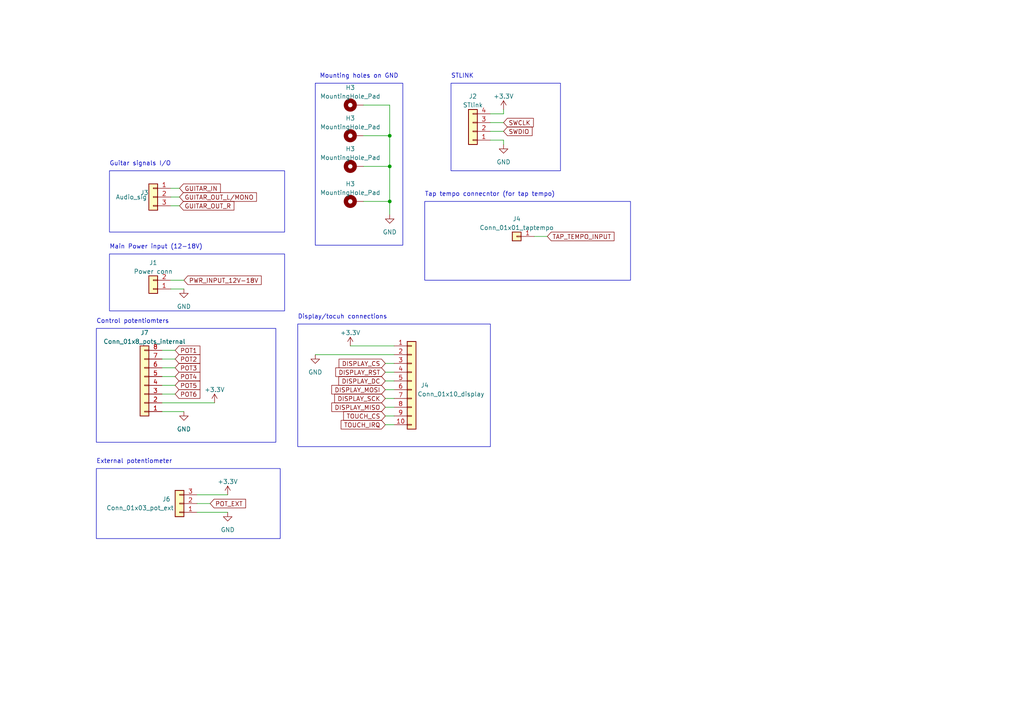
<source format=kicad_sch>
(kicad_sch (version 20230121) (generator eeschema)
  (paper "A4")
  (lib_symbols
    (symbol "Connector_Generic:Conn_01x01" (pin_names (offset 1.016) hide)
      (property "Reference" "J" (at 0 2.54 0))
      (property "Value" "Conn_01x01" (at 0 -2.54 0))
      (symbol "Conn_01x01_1_1"
        (rectangle (start -1.27 0.127) (end 0 -0.127) (stroke (width 0.1524)))
        (rectangle (start -1.27 1.27) (end 1.27 -1.27) (stroke (width 0.254)) (fill (type background)))
        (pin passive line (at -5.08 0 0) (length 3.81) (name "Pin_1") (number "1"))
      )
    )
    (symbol "Connector_Generic:Conn_01x02" (pin_names (offset 1.016) hide)
      (property "Reference" "J" (at 0 2.54 0))
      (property "Value" "Conn_01x02" (at 0 -5.08 0))
      (symbol "Conn_01x02_1_1"
        (rectangle (start -1.27 -2.413) (end 0 -2.667) (stroke (width 0.1524)))
        (rectangle (start -1.27 0.127) (end 0 -0.127) (stroke (width 0.1524)))
        (rectangle (start -1.27 1.27) (end 1.27 -3.81) (stroke (width 0.254)) (fill (type background)))
        (pin passive line (at -5.08 0 0) (length 3.81) (name "Pin_1") (number "1"))
        (pin passive line (at -5.08 -2.54 0) (length 3.81) (name "Pin_2") (number "2"))
      )
    )
    (symbol "Connector_Generic:Conn_01x03" (pin_names (offset 1.016) hide)
      (property "Reference" "J" (at 0 5.08 0))
      (property "Value" "Conn_01x03" (at 0 -5.08 0))
      (symbol "Conn_01x03_1_1"
        (rectangle (start -1.27 -2.413) (end 0 -2.667) (stroke (width 0.1524)))
        (rectangle (start -1.27 0.127) (end 0 -0.127) (stroke (width 0.1524)))
        (rectangle (start -1.27 2.667) (end 0 2.413) (stroke (width 0.1524)))
        (rectangle (start -1.27 3.81) (end 1.27 -3.81) (stroke (width 0.254)) (fill (type background)))
        (pin passive line (at -5.08 2.54 0) (length 3.81) (name "Pin_1") (number "1"))
        (pin passive line (at -5.08 0 0) (length 3.81) (name "Pin_2") (number "2"))
        (pin passive line (at -5.08 -2.54 0) (length 3.81) (name "Pin_3") (number "3"))
      )
    )
    (symbol "Connector_Generic:Conn_01x04" (pin_names (offset 1.016) hide)
      (property "Reference" "J" (at 0 5.08 0))
      (property "Value" "Conn_01x04" (at 0 -7.62 0))
      (symbol "Conn_01x04_1_1"
        (rectangle (start -1.27 -4.953) (end 0 -5.207) (stroke (width 0.1524)))
        (rectangle (start -1.27 -2.413) (end 0 -2.667) (stroke (width 0.1524)))
        (rectangle (start -1.27 0.127) (end 0 -0.127) (stroke (width 0.1524)))
        (rectangle (start -1.27 2.667) (end 0 2.413) (stroke (width 0.1524)))
        (rectangle (start -1.27 3.81) (end 1.27 -6.35) (stroke (width 0.254)) (fill (type background)))
        (pin passive line (at -5.08 2.54 0) (length 3.81) (name "Pin_1") (number "1"))
        (pin passive line (at -5.08 0 0) (length 3.81) (name "Pin_2") (number "2"))
        (pin passive line (at -5.08 -2.54 0) (length 3.81) (name "Pin_3") (number "3"))
        (pin passive line (at -5.08 -5.08 0) (length 3.81) (name "Pin_4") (number "4"))
      )
    )
    (symbol "Connector_Generic:Conn_01x08" (pin_names (offset 1.016) hide)
      (property "Reference" "J" (at 0 10.16 0))
      (property "Value" "Conn_01x08" (at 0 -12.7 0))
      (symbol "Conn_01x08_1_1"
        (rectangle (start -1.27 -10.033) (end 0 -10.287) (stroke (width 0.1524)))
        (rectangle (start -1.27 -7.493) (end 0 -7.747) (stroke (width 0.1524)))
        (rectangle (start -1.27 -4.953) (end 0 -5.207) (stroke (width 0.1524)))
        (rectangle (start -1.27 -2.413) (end 0 -2.667) (stroke (width 0.1524)))
        (rectangle (start -1.27 0.127) (end 0 -0.127) (stroke (width 0.1524)))
        (rectangle (start -1.27 2.667) (end 0 2.413) (stroke (width 0.1524)))
        (rectangle (start -1.27 5.207) (end 0 4.953) (stroke (width 0.1524)))
        (rectangle (start -1.27 7.747) (end 0 7.493) (stroke (width 0.1524)))
        (rectangle (start -1.27 8.89) (end 1.27 -11.43) (stroke (width 0.254)) (fill (type background)))
        (pin passive line (at -5.08 7.62 0) (length 3.81) (name "Pin_1") (number "1"))
        (pin passive line (at -5.08 5.08 0) (length 3.81) (name "Pin_2") (number "2"))
        (pin passive line (at -5.08 2.54 0) (length 3.81) (name "Pin_3") (number "3"))
        (pin passive line (at -5.08 0 0) (length 3.81) (name "Pin_4") (number "4"))
        (pin passive line (at -5.08 -2.54 0) (length 3.81) (name "Pin_5") (number "5"))
        (pin passive line (at -5.08 -5.08 0) (length 3.81) (name "Pin_6") (number "6"))
        (pin passive line (at -5.08 -7.62 0) (length 3.81) (name "Pin_7") (number "7"))
        (pin passive line (at -5.08 -10.16 0) (length 3.81) (name "Pin_8") (number "8"))
      )
    )
    (symbol "Connector_Generic:Conn_01x10" (pin_names (offset 1.016) hide)
      (property "Reference" "J" (at 0 12.7 0))
      (property "Value" "Conn_01x10" (at 0 -15.24 0))
      (symbol "Conn_01x10_1_1"
        (rectangle (start -1.27 -12.573) (end 0 -12.827) (stroke (width 0.1524)))
        (rectangle (start -1.27 -10.033) (end 0 -10.287) (stroke (width 0.1524)))
        (rectangle (start -1.27 -7.493) (end 0 -7.747) (stroke (width 0.1524)))
        (rectangle (start -1.27 -4.953) (end 0 -5.207) (stroke (width 0.1524)))
        (rectangle (start -1.27 -2.413) (end 0 -2.667) (stroke (width 0.1524)))
        (rectangle (start -1.27 0.127) (end 0 -0.127) (stroke (width 0.1524)))
        (rectangle (start -1.27 2.667) (end 0 2.413) (stroke (width 0.1524)))
        (rectangle (start -1.27 5.207) (end 0 4.953) (stroke (width 0.1524)))
        (rectangle (start -1.27 7.747) (end 0 7.493) (stroke (width 0.1524)))
        (rectangle (start -1.27 10.287) (end 0 10.033) (stroke (width 0.1524)))
        (rectangle (start -1.27 11.43) (end 1.27 -13.97) (stroke (width 0.254)) (fill (type background)))
        (pin passive line (at -5.08 10.16 0) (length 3.81) (name "Pin_1") (number "1"))
        (pin passive line (at -5.08 -12.7 0) (length 3.81) (name "Pin_10") (number "10"))
        (pin passive line (at -5.08 7.62 0) (length 3.81) (name "Pin_2") (number "2"))
        (pin passive line (at -5.08 5.08 0) (length 3.81) (name "Pin_3") (number "3"))
        (pin passive line (at -5.08 2.54 0) (length 3.81) (name "Pin_4") (number "4"))
        (pin passive line (at -5.08 0 0) (length 3.81) (name "Pin_5") (number "5"))
        (pin passive line (at -5.08 -2.54 0) (length 3.81) (name "Pin_6") (number "6"))
        (pin passive line (at -5.08 -5.08 0) (length 3.81) (name "Pin_7") (number "7"))
        (pin passive line (at -5.08 -7.62 0) (length 3.81) (name "Pin_8") (number "8"))
        (pin passive line (at -5.08 -10.16 0) (length 3.81) (name "Pin_9") (number "9"))
      )
    )
    (symbol "Mechanical:MountingHole_Pad" (pin_numbers hide) (pin_names (offset 1.016) hide)
      (property "Reference" "H" (at 0 6.35 0))
      (property "Value" "MountingHole_Pad" (at 0 4.445 0))
      (symbol "MountingHole_Pad_0_1"
        (circle (center 0 1.27) (radius 1.27) (stroke (width 1.27)))
      )
      (symbol "MountingHole_Pad_1_1"
        (pin input line (at 0 -2.54 90) (length 2.54) (name "1") (number "1"))
      )
    )
    (symbol "power:+3.3V" (power) (pin_names (offset 0))
      (property "Value" "+3.3V" (at 0 3.556 0))
      (symbol "+3.3V_0_1"
        (polyline (pts (xy -0.762 1.27) (xy 0 2.54)))
        (polyline (pts (xy 0 0) (xy 0 2.54)))
        (polyline (pts (xy 0 2.54) (xy 0.762 1.27)))
      )
      (symbol "+3.3V_1_1"
        (pin power_in line (at 0 0 90) (length 0) hide (name "+3.3V") (number "1"))
      )
    )
    (symbol "power:GND" (power) (pin_names (offset 0))
      (property "Value" "GND" (at 0 -3.81 0))
      (symbol "GND_0_1"
        (polyline (pts (xy 0 0) (xy 0 -1.27) (xy 1.27 -1.27) (xy 0 -2.54) (xy -1.27 -1.27) (xy 0 -1.27)))
      )
      (symbol "GND_1_1"
        (pin power_in line (at 0 0 270) (length 0) hide (name "GND") (number "1"))
      )
    )
  )
  (junction (at 113.03 58.42))
  (junction (at 113.03 48.26))
  (junction (at 113.03 39.37))
  (wire (pts (xy 113.03 62.23) (xy 113.03 58.42)))
  (wire (pts (xy 105.41 30.48) (xy 113.03 30.48)))
  (wire (pts (xy 57.15 146.05) (xy 60.96 146.05)))
  (wire (pts (xy 46.99 109.22) (xy 50.8 109.22)))
  (wire (pts (xy 46.99 114.3) (xy 50.8 114.3)))
  (wire (pts (xy 105.41 48.26) (xy 113.03 48.26)))
  (wire (pts (xy 111.76 113.03) (xy 114.3 113.03)))
  (wire (pts (xy 57.15 143.51) (xy 66.04 143.51)))
  (wire (pts (xy 111.76 115.57) (xy 114.3 115.57)))
  (wire (pts (xy 57.15 148.59) (xy 66.04 148.59)))
  (wire (pts (xy 113.03 48.26) (xy 113.03 58.42)))
  (wire (pts (xy 146.05 41.91) (xy 146.05 40.64)))
  (wire (pts (xy 49.53 83.82) (xy 53.34 83.82)))
  (wire (pts (xy 52.07 54.61) (xy 49.53 54.61)))
  (wire (pts (xy 111.76 107.95) (xy 114.3 107.95)))
  (wire (pts (xy 111.76 118.11) (xy 114.3 118.11)))
  (wire (pts (xy 46.99 101.6) (xy 50.8 101.6)))
  (wire (pts (xy 142.24 33.02) (xy 146.05 33.02)))
  (wire (pts (xy 113.03 39.37) (xy 113.03 48.26)))
  (wire (pts (xy 111.76 120.65) (xy 114.3 120.65)))
  (wire (pts (xy 111.76 105.41) (xy 114.3 105.41)))
  (wire (pts (xy 146.05 40.64) (xy 142.24 40.64)))
  (wire (pts (xy 101.6 100.33) (xy 114.3 100.33)))
  (wire (pts (xy 62.23 116.84) (xy 46.99 116.84)))
  (wire (pts (xy 49.53 57.15) (xy 52.07 57.15)))
  (wire (pts (xy 142.24 38.1) (xy 146.05 38.1)))
  (wire (pts (xy 91.44 102.87) (xy 114.3 102.87)))
  (wire (pts (xy 105.41 39.37) (xy 113.03 39.37)))
  (wire (pts (xy 46.99 111.76) (xy 50.8 111.76)))
  (wire (pts (xy 111.76 123.19) (xy 114.3 123.19)))
  (wire (pts (xy 142.24 35.56) (xy 146.05 35.56)))
  (wire (pts (xy 49.53 81.28) (xy 53.34 81.28)))
  (wire (pts (xy 46.99 106.68) (xy 50.8 106.68)))
  (wire (pts (xy 111.76 110.49) (xy 114.3 110.49)))
  (wire (pts (xy 49.53 59.69) (xy 52.07 59.69)))
  (wire (pts (xy 146.05 31.75) (xy 146.05 33.02)))
  (wire (pts (xy 46.99 104.14) (xy 50.8 104.14)))
  (wire (pts (xy 113.03 30.48) (xy 113.03 39.37)))
  (wire (pts (xy 154.94 68.58) (xy 158.75 68.58)))
  (wire (pts (xy 105.41 58.42) (xy 113.03 58.42)))
  (wire (pts (xy 53.34 119.38) (xy 46.99 119.38)))
  (rectangle (start 27.94 135.89) (end 81.28 156.21))
  (rectangle (start 86.36 93.98) (end 142.24 129.54))
  (rectangle (start 123.19 58.42) (end 182.88 81.28))
  (rectangle (start 31.75 73.66) (end 82.55 90.17))
  (rectangle (start 130.81 24.13) (end 162.56 49.53))
  (rectangle (start 27.94 95.25) (end 80.01 128.27))
  (rectangle (start 31.75 49.53) (end 82.55 67.31))
  (text_box "" (at 91.44 24.13 0) (size 25.4 46.99) (effects (font (size 1.27 1.27)) (justify left top)))
  (text "Main Power input (12-18V)" (at 31.75 72.39 0) (effects (font (size 1.27 1.27)) (justify left bottom)))
  (text "STLINK" (at 130.81 22.86 0) (effects (font (size 1.27 1.27)) (justify left bottom)))
  (text "Guitar signals I/O" (at 31.75 48.26 0) (effects (font (size 1.27 1.27)) (justify left bottom)))
  (text "External potentiometer\n" (at 27.94 134.62 0) (effects (font (size 1.27 1.27)) (justify left bottom)))
  (text "Display/tocuh connections" (at 86.36 92.71 0) (effects (font (size 1.27 1.27)) (justify left bottom)))
  (text "Mounting holes on GND\n" (at 92.71 22.86 0) (effects (font (size 1.27 1.27)) (justify left bottom)))
  (text "Control potentiomters" (at 27.94 93.98 0) (effects (font (size 1.27 1.27)) (justify left bottom)))
  (text "Tap tempo connecntor (for tap tempo)\n" (at 123.19 57.15 0) (effects (font (size 1.27 1.27)) (justify left bottom)))
  (global_label "DISPLAY_DC" (shape input) (at 111.76 110.49 180) (property "Intersheetrefs" "${INTERSHEET_REFS}" (effects hide)))
  (global_label "POT3" (shape input) (at 50.8 106.68 0) (property "Intersheetrefs" "${INTERSHEET_REFS}" (effects hide)))
  (global_label "DISPLAY_RST" (shape input) (at 111.76 107.95 180) (property "Intersheetrefs" "${INTERSHEET_REFS}" (effects hide)))
  (global_label "TOUCH_CS" (shape input) (at 111.76 120.65 180) (property "Intersheetrefs" "${INTERSHEET_REFS}" (effects hide)))
  (global_label "TAP_TEMPO_INPUT" (shape input) (at 158.75 68.58 0) (property "Intersheetrefs" "${INTERSHEET_REFS}" (effects hide)))
  (global_label "DISPLAY_SCK" (shape input) (at 111.76 115.57 180) (property "Intersheetrefs" "${INTERSHEET_REFS}" (effects hide)))
  (global_label "SWCLK" (shape input) (at 146.05 35.56 0) (property "Intersheetrefs" "${INTERSHEET_REFS}" (effects hide)))
  (global_label "GUITAR_OUT_L{slash}MONO" (shape input) (at 52.07 57.15 0) (property "Intersheetrefs" "${INTERSHEET_REFS}" (effects hide)))
  (global_label "POT_EXT" (shape input) (at 60.96 146.05 0) (property "Intersheetrefs" "${INTERSHEET_REFS}" (effects hide)))
  (global_label "DISPLAY_CS" (shape input) (at 111.76 105.41 180) (property "Intersheetrefs" "${INTERSHEET_REFS}" (effects hide)))
  (global_label "GUITAR_OUT_R" (shape input) (at 52.07 59.69 0) (property "Intersheetrefs" "${INTERSHEET_REFS}" (effects hide)))
  (global_label "POT6" (shape input) (at 50.8 114.3 0) (property "Intersheetrefs" "${INTERSHEET_REFS}" (effects hide)))
  (global_label "TOUCH_IRQ" (shape input) (at 111.76 123.19 180) (property "Intersheetrefs" "${INTERSHEET_REFS}" (effects hide)))
  (global_label "POT1" (shape input) (at 50.8 101.6 0) (property "Intersheetrefs" "${INTERSHEET_REFS}" (effects hide)))
  (global_label "DISPLAY_MOSI" (shape input) (at 111.76 113.03 180) (property "Intersheetrefs" "${INTERSHEET_REFS}" (effects hide)))
  (global_label "POT2" (shape input) (at 50.8 104.14 0) (property "Intersheetrefs" "${INTERSHEET_REFS}" (effects hide)))
  (global_label "POT5" (shape input) (at 50.8 111.76 0) (property "Intersheetrefs" "${INTERSHEET_REFS}" (effects hide)))
  (global_label "PWR_INPUT_12V-18V" (shape input) (at 53.34 81.28 0) (property "Intersheetrefs" "${INTERSHEET_REFS}" (effects hide)))
  (global_label "DISPLAY_MISO" (shape input) (at 111.76 118.11 180) (property "Intersheetrefs" "${INTERSHEET_REFS}" (effects hide)))
  (global_label "POT4" (shape input) (at 50.8 109.22 0) (property "Intersheetrefs" "${INTERSHEET_REFS}" (effects hide)))
  (global_label "GUITAR_IN" (shape input) (at 52.07 54.61 0) (property "Intersheetrefs" "${INTERSHEET_REFS}" (effects hide)))
  (global_label "SWDIO" (shape input) (at 146.05 38.1 0) (property "Intersheetrefs" "${INTERSHEET_REFS}" (effects hide)))
  (symbol (lib_id "Connector_Generic:Conn_01x04") (at 137.16 38.1 180) (unit 1)
    (property "Reference" "J2" (at 137.16 27.94 0))
    (property "Value" "STlink" (at 137.16 30.48 0))
    (property "Footprint" "Connector_PinHeader_2.54mm:PinHeader_1x04_P2.54mm_Vertical" (effects hide))
  )
  (symbol (lib_id "Connector_Generic:Conn_01x03") (at 52.07 146.05 180) (unit 1)
    (property "Reference" "J6" (at 48.26 144.78 0))
    (property "Value" "Conn_01x03_pot_ext" (at 40.64 147.32 0))
    (property "Footprint" "Connector_PinHeader_2.54mm:PinHeader_1x03_P2.54mm_Vertical" (effects hide))
  )
  (symbol (lib_id "power:GND") (at 66.04 148.59 0) (unit 1)
    (property "Reference" "#PWR050" (effects hide))
    (property "Value" "GND" (at 66.04 153.67 0))
  )
  (symbol (lib_id "Mechanical:MountingHole_Pad") (at 102.87 48.26 90) (unit 1)
    (property "Reference" "H3" (at 101.6 43.18 90))
    (property "Value" "MountingHole_Pad" (at 101.6 45.72 90))
    (property "Footprint" "MountingHole:MountingHole_3.2mm_M3_DIN965_Pad" (effects hide))
  )
  (symbol (lib_id "power:+3.3V") (at 66.04 143.51 0) (unit 1)
    (property "Reference" "#PWR051" (effects hide))
    (property "Value" "+3.3V" (at 66.04 139.7 0))
  )
  (symbol (lib_id "power:GND") (at 91.44 102.87 0) (unit 1)
    (property "Reference" "#PWR052" (effects hide))
    (property "Value" "GND" (at 91.44 107.95 0))
    (instances (project "stm_audio_board_V3" (path "" (reference "#PWR052") (unit 1)) (path "" (reference "#PWR095") (unit 1))))
  )
  (symbol (lib_id "power:GND") (at 146.05 41.91 0) (unit 1)
    (property "Reference" "#PWR011" (effects hide))
    (property "Value" "GND" (at 146.05 46.99 0))
  )
  (symbol (lib_id "Mechanical:MountingHole_Pad") (at 102.87 39.37 90) (unit 1)
    (property "Reference" "H3" (at 101.6 34.29 90))
    (property "Value" "MountingHole_Pad" (at 101.6 36.83 90))
    (property "Footprint" "MountingHole:MountingHole_3.2mm_M3_DIN965_Pad" (effects hide))
    (instances (project "stm_audio_board_V3" (path "" (reference "H3") (unit 1)) (path "" (reference "H1") (unit 1)) (path "" (reference "H2") (unit 1))))
  )
  (symbol (lib_id "Connector_Generic:Conn_01x10") (at 119.38 110.49 0) (unit 1)
    (property "Reference" "J4" (at 123.19 111.76 0))
    (property "Value" "Conn_01x10_display" (at 130.81 114.3 0))
    (property "Footprint" "Connector_PinHeader_2.54mm:PinHeader_1x10_P2.54mm_Vertical" (effects hide))
    (instances (project "stm_audio_board_V3" (path "" (reference "J4") (unit 1)) (path "" (reference "J5") (unit 1))))
  )
  (symbol (lib_id "power:+3.3V") (at 62.23 116.84 0) (unit 1)
    (property "Reference" "#PWR036" (effects hide))
    (property "Value" "+3.3V" (at 62.23 113.03 0))
  )
  (symbol (lib_id "Connector_Generic:Conn_01x03") (at 44.45 57.15 0) (mirror y) (unit 1)
    (property "Reference" "J3" (at 41.91 55.88 0))
    (property "Value" "Audio_sig" (at 38.1 57.15 0))
    (property "Footprint" "Connector_PinHeader_2.54mm:PinHeader_1x03_P2.54mm_Vertical" (effects hide))
  )
  (symbol (lib_id "Connector_Generic:Conn_01x02") (at 44.45 83.82 180) (unit 1)
    (property "Reference" "J1" (at 44.45 76.2 0))
    (property "Value" "Power conn" (at 44.45 78.74 0))
    (property "Footprint" "Connector_PinHeader_2.54mm:PinHeader_1x02_P2.54mm_Vertical" (effects hide))
  )
  (symbol (lib_id "Mechanical:MountingHole_Pad") (at 102.87 58.42 90) (unit 1)
    (property "Reference" "H3" (at 101.6 53.34 90))
    (property "Value" "MountingHole_Pad" (at 101.6 55.88 90))
    (property "Footprint" "MountingHole:MountingHole_3.2mm_M3_DIN965_Pad" (effects hide))
    (instances (project "stm_audio_board_V3" (path "" (reference "H3") (unit 1)) (path "" (reference "H4") (unit 1)) (path "" (reference "H4") (unit 1))))
  )
  (symbol (lib_id "power:+3.3V") (at 101.6 100.33 0) (unit 1)
    (property "Reference" "#PWR035" (effects hide))
    (property "Value" "+3.3V" (at 101.6 96.52 0))
  )
  (symbol (lib_id "power:GND") (at 53.34 83.82 0) (unit 1)
    (property "Reference" "#PWR050" (effects hide))
    (property "Value" "GND" (at 53.34 88.9 0))
    (instances (project "stm_audio_board_V3" (path "" (reference "#PWR050") (unit 1)) (path "" (reference "#PWR064") (unit 1))))
  )
  (symbol (lib_id "Connector_Generic:Conn_01x08") (at 41.91 111.76 180) (unit 1)
    (property "Reference" "J7" (at 41.91 96.52 0))
    (property "Value" "Conn_01x8_pots_internal" (at 41.91 99.06 0))
    (property "Footprint" "Connector_PinHeader_2.54mm:PinHeader_1x08_P2.54mm_Vertical" (effects hide))
  )
  (symbol (lib_id "power:+3.3V") (at 146.05 31.75 0) (unit 1)
    (property "Reference" "#PWR034" (effects hide))
    (property "Value" "+3.3V" (at 146.05 27.94 0))
  )
  (symbol (lib_id "power:GND") (at 53.34 119.38 0) (unit 1)
    (property "Reference" "#PWR052" (effects hide))
    (property "Value" "GND" (at 53.34 124.46 0))
  )
  (symbol (lib_id "Connector_Generic:Conn_01x01") (at 149.86 68.58 180) (unit 1)
    (property "Reference" "J4" (at 149.86 63.5 0))
    (property "Value" "Conn_01x01_taptempo" (at 149.86 66.04 0))
    (property "Footprint" "Connector_PinHeader_2.54mm:PinHeader_1x01_P2.54mm_Vertical" (effects hide))
  )
  (symbol (lib_id "Mechanical:MountingHole_Pad") (at 102.87 30.48 90) (unit 1)
    (property "Reference" "H3" (at 101.6 25.4 90))
    (property "Value" "MountingHole_Pad" (at 101.6 27.94 90))
    (property "Footprint" "MountingHole:MountingHole_3.2mm_M3_DIN965_Pad" (effects hide))
    (instances (project "stm_audio_board_V3" (path "" (reference "H3") (unit 1)) (path "" (reference "H2") (unit 1)) (path "" (reference "H1") (unit 1))))
  )
  (symbol (lib_id "power:GND") (at 113.03 62.23 0) (unit 1)
    (property "Reference" "#PWR02" (effects hide))
    (property "Value" "GND" (at 113.03 67.31 0))
    (instances (project "stm_audio_board_V3" (path "" (reference "#PWR02") (unit 1)) (path "" (reference "#PWR056") (unit 1)) (path "" (reference "#PWR056") (unit 1))))
  )
)
</source>
